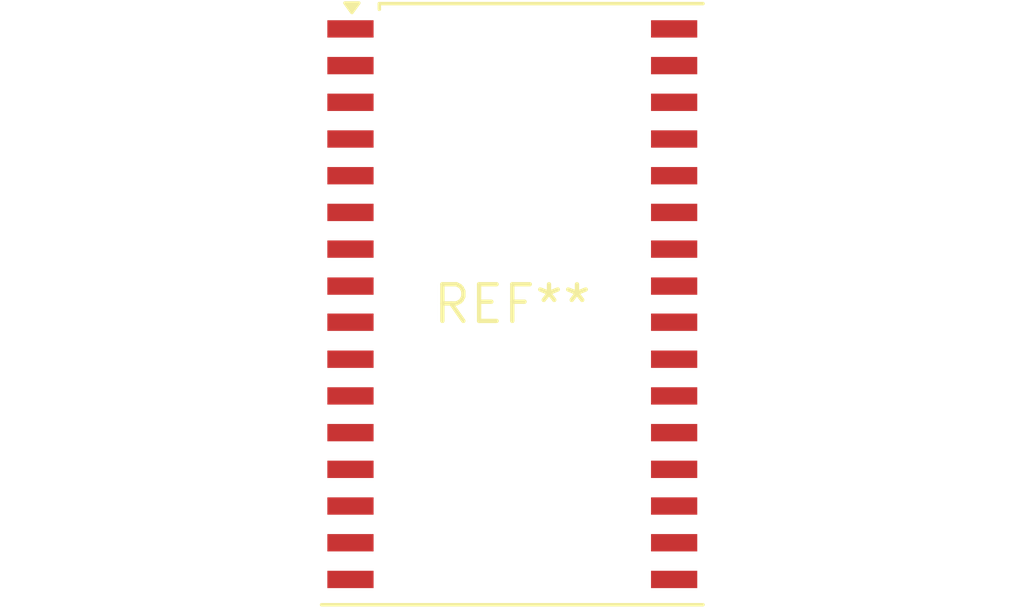
<source format=kicad_pcb>
(kicad_pcb (version 20240108) (generator pcbnew)
  (layers (0 "F.Cu" signal) (31 "B.Cu" signal) (34 "B.Paste" user) (35 "F.Paste" user) (36 "B.SilkS" user "B.Silkscreen") (37 "F.SilkS" user "F.Silkscreen") (38 "B.Mask" user) (39 "F.Mask" user) (44 "Edge.Cuts" user))
  (net 0 "")
  (footprint "TSOP-II-32_21.0x10.2mm_P1.27mm" (layer "F.Cu") (at 0 0)
    (property "Reference" "REF**")
    (property "Value" "TSOP-II-32_21.0x10.2mm_P1.27mm")
    (fp_line (start -6.6 10.4) (end 6.6 10.4) (layer "F.SilkS") (stroke (width 0.12)))
    (fp_line (start -4.6 -10.4) (end -4.6 -10.2) (layer "F.SilkS") (stroke (width 0.12)))
    (fp_line (start -4.6 -10.4) (end 6.6 -10.4) (layer "F.SilkS") (stroke (width 0.12)))
    (fp_poly (pts (xy -5.550324 -10.092054) (xy -5.790324 -10.422054) (xy -5.310324 -10.422054) (xy -5.550324 -10.092054)) (layer "F.SilkS") (stroke (width 0.12)) (fill solid))
    (pad "1" smd rect (at -5.6 -9.525) (size 1.6 0.6) (layers "F.Cu" "F.Paste" "F.Mask"))
    (pad "2" smd rect (at -5.6 -8.255) (size 1.6 0.6) (layers "F.Cu" "F.Paste" "F.Mask"))
    (pad "3" smd rect (at -5.6 -6.985) (size 1.6 0.6) (layers "F.Cu" "F.Paste" "F.Mask"))
    (pad "4" smd rect (at -5.6 -5.715) (size 1.6 0.6) (layers "F.Cu" "F.Paste" "F.Mask"))
    (pad "5" smd rect (at -5.6 -4.445) (size 1.6 0.6) (layers "F.Cu" "F.Paste" "F.Mask"))
    (pad "6" smd rect (at -5.6 -3.175) (size 1.6 0.6) (layers "F.Cu" "F.Paste" "F.Mask"))
    (pad "7" smd rect (at -5.6 -1.905) (size 1.6 0.6) (layers "F.Cu" "F.Paste" "F.Mask"))
    (pad "8" smd rect (at -5.6 -0.625) (size 1.6 0.6) (layers "F.Cu" "F.Paste" "F.Mask"))
    (pad "9" smd rect (at -5.6 0.625) (size 1.6 0.6) (layers "F.Cu" "F.Paste" "F.Mask"))
    (pad "10" smd rect (at -5.6 1.905) (size 1.6 0.6) (layers "F.Cu" "F.Paste" "F.Mask"))
    (pad "11" smd rect (at -5.6 3.175) (size 1.6 0.6) (layers "F.Cu" "F.Paste" "F.Mask"))
    (pad "12" smd rect (at -5.6 4.445) (size 1.6 0.6) (layers "F.Cu" "F.Paste" "F.Mask"))
    (pad "13" smd rect (at -5.6 5.715) (size 1.6 0.6) (layers "F.Cu" "F.Paste" "F.Mask"))
    (pad "14" smd rect (at -5.6 6.985) (size 1.6 0.6) (layers "F.Cu" "F.Paste" "F.Mask"))
    (pad "15" smd rect (at -5.6 8.255) (size 1.6 0.6) (layers "F.Cu" "F.Paste" "F.Mask"))
    (pad "16" smd rect (at -5.6 9.525) (size 1.6 0.6) (layers "F.Cu" "F.Paste" "F.Mask"))
    (pad "17" smd rect (at 5.6 9.525) (size 1.6 0.6) (layers "F.Cu" "F.Paste" "F.Mask"))
    (pad "18" smd rect (at 5.6 8.255) (size 1.6 0.6) (layers "F.Cu" "F.Paste" "F.Mask"))
    (pad "19" smd rect (at 5.6 6.985) (size 1.6 0.6) (layers "F.Cu" "F.Paste" "F.Mask"))
    (pad "20" smd rect (at 5.6 5.715) (size 1.6 0.6) (layers "F.Cu" "F.Paste" "F.Mask"))
    (pad "21" smd rect (at 5.6 4.445) (size 1.6 0.6) (layers "F.Cu" "F.Paste" "F.Mask"))
    (pad "22" smd rect (at 5.6 3.175) (size 1.6 0.6) (layers "F.Cu" "F.Paste" "F.Mask"))
    (pad "23" smd rect (at 5.6 1.905) (size 1.6 0.6) (layers "F.Cu" "F.Paste" "F.Mask"))
    (pad "24" smd rect (at 5.6 0.625) (size 1.6 0.6) (layers "F.Cu" "F.Paste" "F.Mask"))
    (pad "25" smd rect (at 5.6 -0.625) (size 1.6 0.6) (layers "F.Cu" "F.Paste" "F.Mask"))
    (pad "26" smd rect (at 5.6 -1.905) (size 1.6 0.6) (layers "F.Cu" "F.Paste" "F.Mask"))
    (pad "27" smd rect (at 5.6 -3.175) (size 1.6 0.6) (layers "F.Cu" "F.Paste" "F.Mask"))
    (pad "28" smd rect (at 5.6 -4.445) (size 1.6 0.6) (layers "F.Cu" "F.Paste" "F.Mask"))
    (pad "29" smd rect (at 5.6 -5.715) (size 1.6 0.6) (layers "F.Cu" "F.Paste" "F.Mask"))
    (pad "30" smd rect (at 5.6 -6.985) (size 1.6 0.6) (layers "F.Cu" "F.Paste" "F.Mask"))
    (pad "31" smd rect (at 5.6 -8.255) (size 1.6 0.6) (layers "F.Cu" "F.Paste" "F.Mask"))
    (pad "32" smd rect (at 5.6 -9.525) (size 1.6 0.6) (layers "F.Cu" "F.Paste" "F.Mask"))
  )
)
</source>
